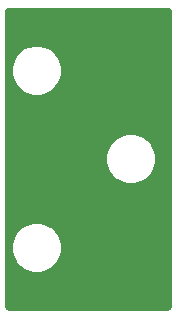
<source format=gbl>
G04 #@! TF.GenerationSoftware,KiCad,Pcbnew,5.1.9+dfsg1-1+deb11u1*
G04 #@! TF.CreationDate,2023-07-28T22:18:50+09:00*
G04 #@! TF.ProjectId,x-belt-clamp,782d6265-6c74-42d6-936c-616d702e6b69,rev?*
G04 #@! TF.SameCoordinates,Original*
G04 #@! TF.FileFunction,Copper,L2,Bot*
G04 #@! TF.FilePolarity,Positive*
%FSLAX46Y46*%
G04 Gerber Fmt 4.6, Leading zero omitted, Abs format (unit mm)*
G04 Created by KiCad (PCBNEW 5.1.9+dfsg1-1+deb11u1) date 2023-07-28 22:18:50*
%MOMM*%
%LPD*%
G01*
G04 APERTURE LIST*
G04 #@! TA.AperFunction,NonConductor*
%ADD10C,0.254000*%
G04 #@! TD*
G04 #@! TA.AperFunction,NonConductor*
%ADD11C,0.100000*%
G04 #@! TD*
G04 APERTURE END LIST*
D10*
X144065424Y-78794580D02*
X144128356Y-78813580D01*
X144186405Y-78844445D01*
X144237343Y-78885989D01*
X144279248Y-78936644D01*
X144310515Y-78994471D01*
X144329956Y-79057272D01*
X144340001Y-79152845D01*
X144340000Y-103842721D01*
X144330420Y-103940424D01*
X144311420Y-104003357D01*
X144280554Y-104061406D01*
X144239011Y-104112343D01*
X144188356Y-104154248D01*
X144130529Y-104185515D01*
X144067728Y-104204956D01*
X143972165Y-104215000D01*
X130782279Y-104215000D01*
X130684576Y-104205420D01*
X130621643Y-104186420D01*
X130563594Y-104155554D01*
X130512657Y-104114011D01*
X130470752Y-104063356D01*
X130439485Y-104005529D01*
X130420044Y-103942728D01*
X130410000Y-103847165D01*
X130410000Y-98786323D01*
X130830497Y-98786323D01*
X130830497Y-99213677D01*
X130913870Y-99632821D01*
X131077412Y-100027645D01*
X131314837Y-100382977D01*
X131617023Y-100685163D01*
X131972355Y-100922588D01*
X132367179Y-101086130D01*
X132786323Y-101169503D01*
X133213677Y-101169503D01*
X133632821Y-101086130D01*
X134027645Y-100922588D01*
X134382977Y-100685163D01*
X134685163Y-100382977D01*
X134922588Y-100027645D01*
X135086130Y-99632821D01*
X135169503Y-99213677D01*
X135169503Y-98786323D01*
X135086130Y-98367179D01*
X134922588Y-97972355D01*
X134685163Y-97617023D01*
X134382977Y-97314837D01*
X134027645Y-97077412D01*
X133632821Y-96913870D01*
X133213677Y-96830497D01*
X132786323Y-96830497D01*
X132367179Y-96913870D01*
X131972355Y-97077412D01*
X131617023Y-97314837D01*
X131314837Y-97617023D01*
X131077412Y-97972355D01*
X130913870Y-98367179D01*
X130830497Y-98786323D01*
X130410000Y-98786323D01*
X130410000Y-91286323D01*
X138830497Y-91286323D01*
X138830497Y-91713677D01*
X138913870Y-92132821D01*
X139077412Y-92527645D01*
X139314837Y-92882977D01*
X139617023Y-93185163D01*
X139972355Y-93422588D01*
X140367179Y-93586130D01*
X140786323Y-93669503D01*
X141213677Y-93669503D01*
X141632821Y-93586130D01*
X142027645Y-93422588D01*
X142382977Y-93185163D01*
X142685163Y-92882977D01*
X142922588Y-92527645D01*
X143086130Y-92132821D01*
X143169503Y-91713677D01*
X143169503Y-91286323D01*
X143086130Y-90867179D01*
X142922588Y-90472355D01*
X142685163Y-90117023D01*
X142382977Y-89814837D01*
X142027645Y-89577412D01*
X141632821Y-89413870D01*
X141213677Y-89330497D01*
X140786323Y-89330497D01*
X140367179Y-89413870D01*
X139972355Y-89577412D01*
X139617023Y-89814837D01*
X139314837Y-90117023D01*
X139077412Y-90472355D01*
X138913870Y-90867179D01*
X138830497Y-91286323D01*
X130410000Y-91286323D01*
X130410000Y-83786323D01*
X130830497Y-83786323D01*
X130830497Y-84213677D01*
X130913870Y-84632821D01*
X131077412Y-85027645D01*
X131314837Y-85382977D01*
X131617023Y-85685163D01*
X131972355Y-85922588D01*
X132367179Y-86086130D01*
X132786323Y-86169503D01*
X133213677Y-86169503D01*
X133632821Y-86086130D01*
X134027645Y-85922588D01*
X134382977Y-85685163D01*
X134685163Y-85382977D01*
X134922588Y-85027645D01*
X135086130Y-84632821D01*
X135169503Y-84213677D01*
X135169503Y-83786323D01*
X135086130Y-83367179D01*
X134922588Y-82972355D01*
X134685163Y-82617023D01*
X134382977Y-82314837D01*
X134027645Y-82077412D01*
X133632821Y-81913870D01*
X133213677Y-81830497D01*
X132786323Y-81830497D01*
X132367179Y-81913870D01*
X131972355Y-82077412D01*
X131617023Y-82314837D01*
X131314837Y-82617023D01*
X131077412Y-82972355D01*
X130913870Y-83367179D01*
X130830497Y-83786323D01*
X130410000Y-83786323D01*
X130410000Y-79157279D01*
X130419580Y-79059576D01*
X130438580Y-78996644D01*
X130469445Y-78938595D01*
X130510989Y-78887657D01*
X130561644Y-78845752D01*
X130619471Y-78814485D01*
X130682272Y-78795044D01*
X130777835Y-78785000D01*
X143967721Y-78785000D01*
X144065424Y-78794580D01*
G04 #@! TA.AperFunction,NonConductor*
D11*
G36*
X144065424Y-78794580D02*
G01*
X144128356Y-78813580D01*
X144186405Y-78844445D01*
X144237343Y-78885989D01*
X144279248Y-78936644D01*
X144310515Y-78994471D01*
X144329956Y-79057272D01*
X144340001Y-79152845D01*
X144340000Y-103842721D01*
X144330420Y-103940424D01*
X144311420Y-104003357D01*
X144280554Y-104061406D01*
X144239011Y-104112343D01*
X144188356Y-104154248D01*
X144130529Y-104185515D01*
X144067728Y-104204956D01*
X143972165Y-104215000D01*
X130782279Y-104215000D01*
X130684576Y-104205420D01*
X130621643Y-104186420D01*
X130563594Y-104155554D01*
X130512657Y-104114011D01*
X130470752Y-104063356D01*
X130439485Y-104005529D01*
X130420044Y-103942728D01*
X130410000Y-103847165D01*
X130410000Y-98786323D01*
X130830497Y-98786323D01*
X130830497Y-99213677D01*
X130913870Y-99632821D01*
X131077412Y-100027645D01*
X131314837Y-100382977D01*
X131617023Y-100685163D01*
X131972355Y-100922588D01*
X132367179Y-101086130D01*
X132786323Y-101169503D01*
X133213677Y-101169503D01*
X133632821Y-101086130D01*
X134027645Y-100922588D01*
X134382977Y-100685163D01*
X134685163Y-100382977D01*
X134922588Y-100027645D01*
X135086130Y-99632821D01*
X135169503Y-99213677D01*
X135169503Y-98786323D01*
X135086130Y-98367179D01*
X134922588Y-97972355D01*
X134685163Y-97617023D01*
X134382977Y-97314837D01*
X134027645Y-97077412D01*
X133632821Y-96913870D01*
X133213677Y-96830497D01*
X132786323Y-96830497D01*
X132367179Y-96913870D01*
X131972355Y-97077412D01*
X131617023Y-97314837D01*
X131314837Y-97617023D01*
X131077412Y-97972355D01*
X130913870Y-98367179D01*
X130830497Y-98786323D01*
X130410000Y-98786323D01*
X130410000Y-91286323D01*
X138830497Y-91286323D01*
X138830497Y-91713677D01*
X138913870Y-92132821D01*
X139077412Y-92527645D01*
X139314837Y-92882977D01*
X139617023Y-93185163D01*
X139972355Y-93422588D01*
X140367179Y-93586130D01*
X140786323Y-93669503D01*
X141213677Y-93669503D01*
X141632821Y-93586130D01*
X142027645Y-93422588D01*
X142382977Y-93185163D01*
X142685163Y-92882977D01*
X142922588Y-92527645D01*
X143086130Y-92132821D01*
X143169503Y-91713677D01*
X143169503Y-91286323D01*
X143086130Y-90867179D01*
X142922588Y-90472355D01*
X142685163Y-90117023D01*
X142382977Y-89814837D01*
X142027645Y-89577412D01*
X141632821Y-89413870D01*
X141213677Y-89330497D01*
X140786323Y-89330497D01*
X140367179Y-89413870D01*
X139972355Y-89577412D01*
X139617023Y-89814837D01*
X139314837Y-90117023D01*
X139077412Y-90472355D01*
X138913870Y-90867179D01*
X138830497Y-91286323D01*
X130410000Y-91286323D01*
X130410000Y-83786323D01*
X130830497Y-83786323D01*
X130830497Y-84213677D01*
X130913870Y-84632821D01*
X131077412Y-85027645D01*
X131314837Y-85382977D01*
X131617023Y-85685163D01*
X131972355Y-85922588D01*
X132367179Y-86086130D01*
X132786323Y-86169503D01*
X133213677Y-86169503D01*
X133632821Y-86086130D01*
X134027645Y-85922588D01*
X134382977Y-85685163D01*
X134685163Y-85382977D01*
X134922588Y-85027645D01*
X135086130Y-84632821D01*
X135169503Y-84213677D01*
X135169503Y-83786323D01*
X135086130Y-83367179D01*
X134922588Y-82972355D01*
X134685163Y-82617023D01*
X134382977Y-82314837D01*
X134027645Y-82077412D01*
X133632821Y-81913870D01*
X133213677Y-81830497D01*
X132786323Y-81830497D01*
X132367179Y-81913870D01*
X131972355Y-82077412D01*
X131617023Y-82314837D01*
X131314837Y-82617023D01*
X131077412Y-82972355D01*
X130913870Y-83367179D01*
X130830497Y-83786323D01*
X130410000Y-83786323D01*
X130410000Y-79157279D01*
X130419580Y-79059576D01*
X130438580Y-78996644D01*
X130469445Y-78938595D01*
X130510989Y-78887657D01*
X130561644Y-78845752D01*
X130619471Y-78814485D01*
X130682272Y-78795044D01*
X130777835Y-78785000D01*
X143967721Y-78785000D01*
X144065424Y-78794580D01*
G37*
G04 #@! TD.AperFunction*
M02*

</source>
